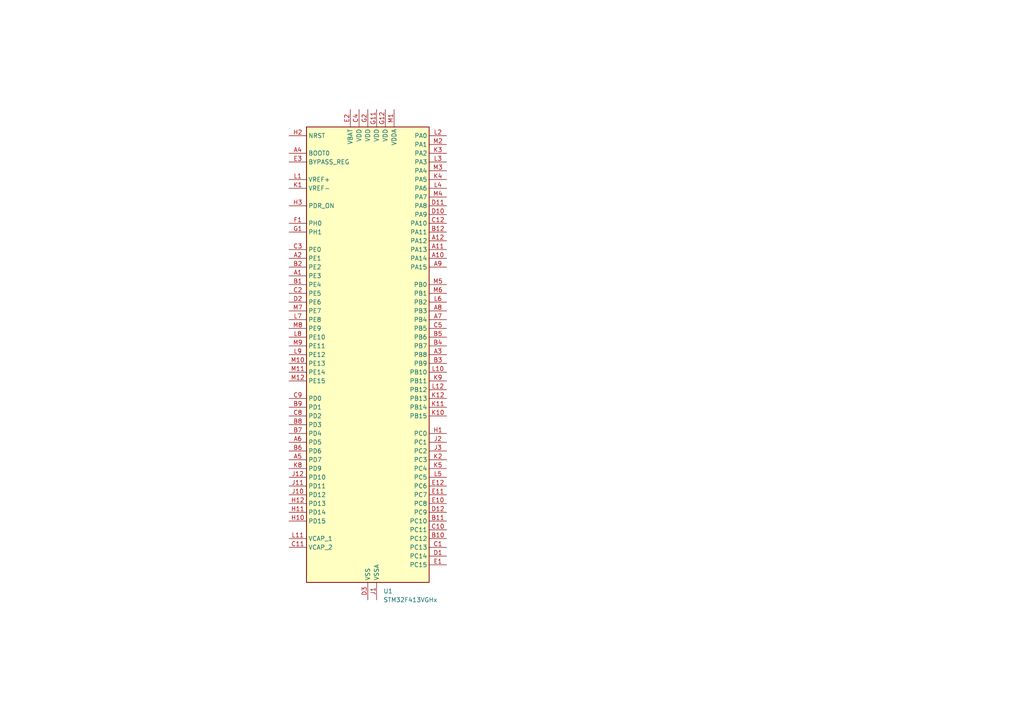
<source format=kicad_sch>
(kicad_sch (version 20230121) (generator eeschema)
  (paper "A4")
  (lib_symbols
    (symbol "MCU_ST_STM32F4:STM32F413VGHx"
      (property "Reference" "U" (at -17.78 67.31 0))
      (property "Value" "STM32F413VGHx" (at 10.16 67.31 0))
      (symbol "STM32F413VGHx_0_1"
        (rectangle (start -17.78 -66.04) (end 17.78 66.04) (stroke (width 0.254)) (fill (type background)))
      )
      (symbol "STM32F413VGHx_1_1"
        (pin bidirectional line (at -22.86 22.86 0) (length 5.08) (name "PE3") (number "A1"))
        (pin bidirectional line (at 22.86 27.94 180) (length 5.08) (name "PA14") (number "A10"))
        (pin bidirectional line (at 22.86 30.48 180) (length 5.08) (name "PA13") (number "A11"))
        (pin bidirectional line (at 22.86 33.02 180) (length 5.08) (name "PA12") (number "A12"))
        (pin bidirectional line (at -22.86 27.94 0) (length 5.08) (name "PE1") (number "A2"))
        (pin bidirectional line (at 22.86 0 180) (length 5.08) (name "PB8") (number "A3"))
        (pin input line (at -22.86 58.42 0) (length 5.08) (name "BOOT0") (number "A4"))
        (pin bidirectional line (at -22.86 -30.48 0) (length 5.08) (name "PD7") (number "A5"))
        (pin bidirectional line (at -22.86 -25.4 0) (length 5.08) (name "PD5") (number "A6"))
        (pin bidirectional line (at 22.86 10.16 180) (length 5.08) (name "PB4") (number "A7"))
        (pin bidirectional line (at 22.86 12.7 180) (length 5.08) (name "PB3") (number "A8"))
        (pin bidirectional line (at 22.86 25.4 180) (length 5.08) (name "PA15") (number "A9"))
        (pin bidirectional line (at -22.86 20.32 0) (length 5.08) (name "PE4") (number "B1"))
        (pin bidirectional line (at 22.86 -53.34 180) (length 5.08) (name "PC12") (number "B10"))
        (pin bidirectional line (at 22.86 -48.26 180) (length 5.08) (name "PC10") (number "B11"))
        (pin bidirectional line (at 22.86 35.56 180) (length 5.08) (name "PA11") (number "B12"))
        (pin bidirectional line (at -22.86 25.4 0) (length 5.08) (name "PE2") (number "B2"))
        (pin bidirectional line (at 22.86 -2.54 180) (length 5.08) (name "PB9") (number "B3"))
        (pin bidirectional line (at 22.86 2.54 180) (length 5.08) (name "PB7") (number "B4"))
        (pin bidirectional line (at 22.86 5.08 180) (length 5.08) (name "PB6") (number "B5"))
        (pin bidirectional line (at -22.86 -27.94 0) (length 5.08) (name "PD6") (number "B6"))
        (pin bidirectional line (at -22.86 -22.86 0) (length 5.08) (name "PD4") (number "B7"))
        (pin bidirectional line (at -22.86 -20.32 0) (length 5.08) (name "PD3") (number "B8"))
        (pin bidirectional line (at -22.86 -15.24 0) (length 5.08) (name "PD1") (number "B9"))
        (pin bidirectional line (at 22.86 -55.88 180) (length 5.08) (name "PC13") (number "C1"))
        (pin bidirectional line (at 22.86 -50.8 180) (length 5.08) (name "PC11") (number "C10"))
        (pin power_out line (at -22.86 -55.88 0) (length 5.08) (name "VCAP_2") (number "C11"))
        (pin bidirectional line (at 22.86 38.1 180) (length 5.08) (name "PA10") (number "C12"))
        (pin bidirectional line (at -22.86 17.78 0) (length 5.08) (name "PE5") (number "C2"))
        (pin bidirectional line (at -22.86 30.48 0) (length 5.08) (name "PE0") (number "C3"))
        (pin power_in line (at -2.54 71.12 270) (length 5.08) (name "VDD") (number "C4"))
        (pin bidirectional line (at 22.86 7.62 180) (length 5.08) (name "PB5") (number "C5"))
        (pin bidirectional line (at -22.86 -17.78 0) (length 5.08) (name "PD2") (number "C8"))
        (pin bidirectional line (at -22.86 -12.7 0) (length 5.08) (name "PD0") (number "C9"))
        (pin bidirectional line (at 22.86 -58.42 180) (length 5.08) (name "PC14") (number "D1"))
        (pin bidirectional line (at 22.86 40.64 180) (length 5.08) (name "PA9") (number "D10"))
        (pin bidirectional line (at 22.86 43.18 180) (length 5.08) (name "PA8") (number "D11"))
        (pin bidirectional line (at 22.86 -45.72 180) (length 5.08) (name "PC9") (number "D12"))
        (pin bidirectional line (at -22.86 15.24 0) (length 5.08) (name "PE6") (number "D2"))
        (pin power_in line (at 0 -71.12 90) (length 5.08) (name "VSS") (number "D3"))
        (pin bidirectional line (at 22.86 -60.96 180) (length 5.08) (name "PC15") (number "E1"))
        (pin bidirectional line (at 22.86 -43.18 180) (length 5.08) (name "PC8") (number "E10"))
        (pin bidirectional line (at 22.86 -40.64 180) (length 5.08) (name "PC7") (number "E11"))
        (pin bidirectional line (at 22.86 -38.1 180) (length 5.08) (name "PC6") (number "E12"))
        (pin power_in line (at -5.08 71.12 270) (length 5.08) (name "VBAT") (number "E2"))
        (pin input line (at -22.86 55.88 0) (length 5.08) (name "BYPASS_REG") (number "E3"))
        (pin bidirectional line (at -22.86 38.1 0) (length 5.08) (name "PH0") (number "F1"))
        (pin passive line (at 0 -71.12 90) (length 5.08) hide (name "VSS") (number "F11"))
        (pin passive line (at 0 -71.12 90) (length 5.08) hide (name "VSS") (number "F12"))
        (pin passive line (at 0 -71.12 90) (length 5.08) hide (name "VSS") (number "F2"))
        (pin bidirectional line (at -22.86 35.56 0) (length 5.08) (name "PH1") (number "G1"))
        (pin power_in line (at 2.54 71.12 270) (length 5.08) (name "VDD") (number "G11"))
        (pin power_in line (at 5.08 71.12 270) (length 5.08) (name "VDD") (number "G12"))
        (pin power_in line (at 0 71.12 270) (length 5.08) (name "VDD") (number "G2"))
        (pin bidirectional line (at 22.86 -22.86 180) (length 5.08) (name "PC0") (number "H1"))
        (pin bidirectional line (at -22.86 -48.26 0) (length 5.08) (name "PD15") (number "H10"))
        (pin bidirectional line (at -22.86 -45.72 0) (length 5.08) (name "PD14") (number "H11"))
        (pin bidirectional line (at -22.86 -43.18 0) (length 5.08) (name "PD13") (number "H12"))
        (pin input line (at -22.86 63.5 0) (length 5.08) (name "NRST") (number "H2"))
        (pin input line (at -22.86 43.18 0) (length 5.08) (name "PDR_ON") (number "H3"))
        (pin power_in line (at 2.54 -71.12 90) (length 5.08) (name "VSSA") (number "J1"))
        (pin bidirectional line (at -22.86 -40.64 0) (length 5.08) (name "PD12") (number "J10"))
        (pin bidirectional line (at -22.86 -38.1 0) (length 5.08) (name "PD11") (number "J11"))
        (pin bidirectional line (at -22.86 -35.56 0) (length 5.08) (name "PD10") (number "J12"))
        (pin bidirectional line (at 22.86 -25.4 180) (length 5.08) (name "PC1") (number "J2"))
        (pin bidirectional line (at 22.86 -27.94 180) (length 5.08) (name "PC2") (number "J3"))
        (pin input line (at -22.86 48.26 0) (length 5.08) (name "VREF-") (number "K1"))
        (pin bidirectional line (at 22.86 -17.78 180) (length 5.08) (name "PB15") (number "K10"))
        (pin bidirectional line (at 22.86 -15.24 180) (length 5.08) (name "PB14") (number "K11"))
        (pin bidirectional line (at 22.86 -12.7 180) (length 5.08) (name "PB13") (number "K12"))
        (pin bidirectional line (at 22.86 -30.48 180) (length 5.08) (name "PC3") (number "K2"))
        (pin bidirectional line (at 22.86 58.42 180) (length 5.08) (name "PA2") (number "K3"))
        (pin bidirectional line (at 22.86 50.8 180) (length 5.08) (name "PA5") (number "K4"))
        (pin bidirectional line (at 22.86 -33.02 180) (length 5.08) (name "PC4") (number "K5"))
        (pin bidirectional line (at -22.86 -33.02 0) (length 5.08) (name "PD9") (number "K8"))
        (pin bidirectional line (at 22.86 -7.62 180) (length 5.08) (name "PB11") (number "K9"))
        (pin input line (at -22.86 50.8 0) (length 5.08) (name "VREF+") (number "L1"))
        (pin bidirectional line (at 22.86 -5.08 180) (length 5.08) (name "PB10") (number "L10"))
        (pin power_out line (at -22.86 -53.34 0) (length 5.08) (name "VCAP_1") (number "L11"))
        (pin bidirectional line (at 22.86 -10.16 180) (length 5.08) (name "PB12") (number "L12"))
        (pin bidirectional line (at 22.86 63.5 180) (length 5.08) (name "PA0") (number "L2"))
        (pin bidirectional line (at 22.86 55.88 180) (length 5.08) (name "PA3") (number "L3"))
        (pin bidirectional line (at 22.86 48.26 180) (length 5.08) (name "PA6") (number "L4"))
        (pin bidirectional line (at 22.86 -35.56 180) (length 5.08) (name "PC5") (number "L5"))
        (pin bidirectional line (at 22.86 15.24 180) (length 5.08) (name "PB2") (number "L6"))
        (pin bidirectional line (at -22.86 10.16 0) (length 5.08) (name "PE8") (number "L7"))
        (pin bidirectional line (at -22.86 5.08 0) (length 5.08) (name "PE10") (number "L8"))
        (pin bidirectional line (at -22.86 0 0) (length 5.08) (name "PE12") (number "L9"))
        (pin power_in line (at 7.62 71.12 270) (length 5.08) (name "VDDA") (number "M1"))
        (pin bidirectional line (at -22.86 -2.54 0) (length 5.08) (name "PE13") (number "M10"))
        (pin bidirectional line (at -22.86 -5.08 0) (length 5.08) (name "PE14") (number "M11"))
        (pin bidirectional line (at -22.86 -7.62 0) (length 5.08) (name "PE15") (number "M12"))
        (pin bidirectional line (at 22.86 60.96 180) (length 5.08) (name "PA1") (number "M2"))
        (pin bidirectional line (at 22.86 53.34 180) (length 5.08) (name "PA4") (number "M3"))
        (pin bidirectional line (at 22.86 45.72 180) (length 5.08) (name "PA7") (number "M4"))
        (pin bidirectional line (at 22.86 20.32 180) (length 5.08) (name "PB0") (number "M5"))
        (pin bidirectional line (at 22.86 17.78 180) (length 5.08) (name "PB1") (number "M6"))
        (pin bidirectional line (at -22.86 12.7 0) (length 5.08) (name "PE7") (number "M7"))
        (pin bidirectional line (at -22.86 7.62 0) (length 5.08) (name "PE9") (number "M8"))
        (pin bidirectional line (at -22.86 2.54 0) (length 5.08) (name "PE11") (number "M9"))
      )
    )
  )
  (symbol (lib_id "MCU_ST_STM32F4:STM32F413VGHx") (at 106.68 102.87 0) (unit 1)
    (property "Reference" "U1" (at 111.1759 171.45 0) (effects (justify left)))
    (property "Value" "STM32F413VGHx" (at 111.1759 173.99 0) (effects (justify left)))
    (property "Footprint" "Package_BGA:UFBGA-100_7x7mm_Layout12x12_P0.5mm" (effects hide))
    (property "Datasheet" "https://www.st.com/resource/en/datasheet/stm32f413vg.pdf" (effects hide))
  )
)
</source>
